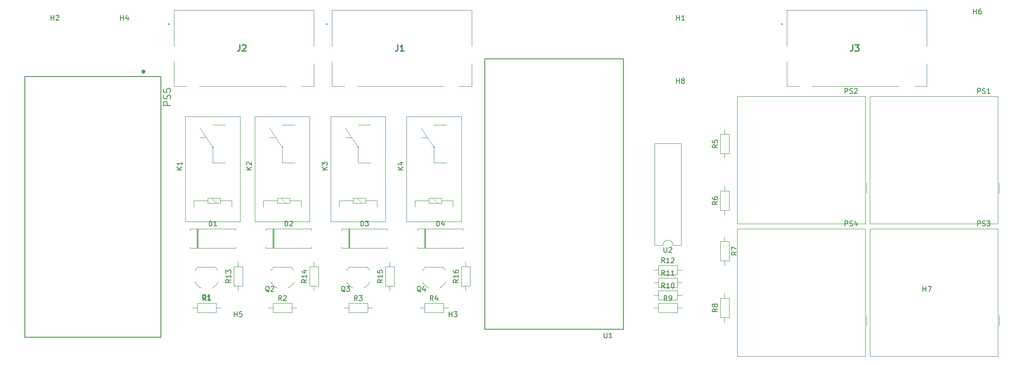
<source format=gbr>
%TF.GenerationSoftware,KiCad,Pcbnew,(5.1.6)-1*%
%TF.CreationDate,2021-08-29T18:12:57+02:00*%
%TF.ProjectId,hamodule,68616d6f-6475-46c6-952e-6b696361645f,rev?*%
%TF.SameCoordinates,Original*%
%TF.FileFunction,Legend,Top*%
%TF.FilePolarity,Positive*%
%FSLAX46Y46*%
G04 Gerber Fmt 4.6, Leading zero omitted, Abs format (unit mm)*
G04 Created by KiCad (PCBNEW (5.1.6)-1) date 2021-08-29 18:12:57*
%MOMM*%
%LPD*%
G01*
G04 APERTURE LIST*
%ADD10C,0.127000*%
%ADD11C,0.120000*%
%ADD12C,0.200000*%
%ADD13C,0.100000*%
%ADD14C,0.400000*%
%ADD15C,0.150000*%
%ADD16C,0.254000*%
G04 APERTURE END LIST*
D10*
%TO.C,U1*%
X139680000Y-28630000D02*
X139680000Y-83030000D01*
X139680000Y-83030000D02*
X111780000Y-83030000D01*
X111780000Y-83030000D02*
X111780000Y-28630000D01*
X111780000Y-28630000D02*
X139680000Y-28630000D01*
D11*
%TO.C,Q1*%
X57680000Y-70540000D02*
X54080000Y-70540000D01*
X53555816Y-71267205D02*
G75*
G02*
X54080000Y-70540000I2324184J-1122795D01*
G01*
X53524543Y-73488371D02*
G75*
G03*
X54770000Y-74740000I2355457J1098371D01*
G01*
X58247199Y-73493842D02*
G75*
G02*
X57020000Y-74740000I-2367199J1103842D01*
G01*
X58204184Y-71267205D02*
G75*
G03*
X57680000Y-70540000I-2324184J-1122795D01*
G01*
%TO.C,Q2*%
X72920000Y-70540000D02*
X69320000Y-70540000D01*
X68795816Y-71267205D02*
G75*
G02*
X69320000Y-70540000I2324184J-1122795D01*
G01*
X68764543Y-73488371D02*
G75*
G03*
X70010000Y-74740000I2355457J1098371D01*
G01*
X73487199Y-73493842D02*
G75*
G02*
X72260000Y-74740000I-2367199J1103842D01*
G01*
X73444184Y-71267205D02*
G75*
G03*
X72920000Y-70540000I-2324184J-1122795D01*
G01*
%TO.C,Q4*%
X103400000Y-70540000D02*
X99800000Y-70540000D01*
X99275816Y-71267205D02*
G75*
G02*
X99800000Y-70540000I2324184J-1122795D01*
G01*
X99244543Y-73488371D02*
G75*
G03*
X100490000Y-74740000I2355457J1098371D01*
G01*
X103967199Y-73493842D02*
G75*
G02*
X102740000Y-74740000I-2367199J1103842D01*
G01*
X103924184Y-71267205D02*
G75*
G03*
X103400000Y-70540000I-2324184J-1122795D01*
G01*
%TO.C,Q3*%
X88160000Y-70540000D02*
X84560000Y-70540000D01*
X84035816Y-71267205D02*
G75*
G02*
X84560000Y-70540000I2324184J-1122795D01*
G01*
X84004543Y-73488371D02*
G75*
G03*
X85250000Y-74740000I2355457J1098371D01*
G01*
X88727199Y-73493842D02*
G75*
G02*
X87500000Y-74740000I-2367199J1103842D01*
G01*
X88684184Y-71267205D02*
G75*
G03*
X88160000Y-70540000I-2324184J-1122795D01*
G01*
%TO.C,PS4*%
X188240000Y-88430000D02*
X188240000Y-62790000D01*
X188240000Y-62790000D02*
X162510000Y-62790000D01*
X162510000Y-62790000D02*
X162510000Y-88430000D01*
X188240000Y-88430000D02*
X162510000Y-88430000D01*
X188540000Y-82280000D02*
X188540000Y-80280000D01*
%TO.C,PS2*%
X188240000Y-61760000D02*
X188240000Y-36120000D01*
X188240000Y-36120000D02*
X162510000Y-36120000D01*
X162510000Y-36120000D02*
X162510000Y-61760000D01*
X188240000Y-61760000D02*
X162510000Y-61760000D01*
X188540000Y-55610000D02*
X188540000Y-53610000D01*
%TO.C,PS1*%
X214910000Y-61760000D02*
X214910000Y-36120000D01*
X214910000Y-36120000D02*
X189180000Y-36120000D01*
X189180000Y-36120000D02*
X189180000Y-61760000D01*
X214910000Y-61760000D02*
X189180000Y-61760000D01*
X215210000Y-55610000D02*
X215210000Y-53610000D01*
%TO.C,PS3*%
X214910000Y-88430000D02*
X214910000Y-62790000D01*
X214910000Y-62790000D02*
X189180000Y-62790000D01*
X189180000Y-62790000D02*
X189180000Y-88430000D01*
X214910000Y-88430000D02*
X189180000Y-88430000D01*
X215210000Y-82280000D02*
X215210000Y-80280000D01*
%TO.C,R5*%
X159100000Y-47640000D02*
X160940000Y-47640000D01*
X160940000Y-47640000D02*
X160940000Y-43800000D01*
X160940000Y-43800000D02*
X159100000Y-43800000D01*
X159100000Y-43800000D02*
X159100000Y-47640000D01*
X160020000Y-48590000D02*
X160020000Y-47640000D01*
X160020000Y-42850000D02*
X160020000Y-43800000D01*
%TO.C,R6*%
X159100000Y-59070000D02*
X160940000Y-59070000D01*
X160940000Y-59070000D02*
X160940000Y-55230000D01*
X160940000Y-55230000D02*
X159100000Y-55230000D01*
X159100000Y-55230000D02*
X159100000Y-59070000D01*
X160020000Y-60020000D02*
X160020000Y-59070000D01*
X160020000Y-54280000D02*
X160020000Y-55230000D01*
D12*
%TO.C,J2*%
X48180000Y-21590000D02*
X48180000Y-21590000D01*
X48380000Y-21590000D02*
X48380000Y-21590000D01*
D13*
X77470000Y-34090000D02*
X77470000Y-29590000D01*
X74880000Y-34090000D02*
X77470000Y-34090000D01*
X54380000Y-34090000D02*
X71880000Y-34090000D01*
X49290000Y-34090000D02*
X51880000Y-34090000D01*
X49290000Y-29090000D02*
X49290000Y-34090000D01*
X77470000Y-18790000D02*
X77470000Y-26090000D01*
X49290000Y-18790000D02*
X77470000Y-18790000D01*
X49290000Y-26090000D02*
X49290000Y-18790000D01*
D12*
X48380000Y-21590000D02*
G75*
G02*
X48180000Y-21590000I-100000J0D01*
G01*
X48180000Y-21590000D02*
G75*
G02*
X48380000Y-21590000I100000J0D01*
G01*
D10*
%TO.C,PS5*%
X19320000Y-32170000D02*
X46720000Y-32170000D01*
X46720000Y-32170000D02*
X46720000Y-84670000D01*
X46720000Y-84670000D02*
X19320000Y-84670000D01*
X19320000Y-84670000D02*
X19320000Y-32170000D01*
D14*
X43380000Y-31170000D02*
G75*
G03*
X43380000Y-31170000I-200000J0D01*
G01*
D11*
%TO.C,K2*%
X73660000Y-41910000D02*
X71120000Y-41910000D01*
X71120000Y-46355000D02*
X68580000Y-42545000D01*
X68580000Y-44450000D02*
X69850000Y-44450000D01*
X73660000Y-49530000D02*
X71120000Y-49530000D01*
X71120000Y-49530000D02*
X71120000Y-46355000D01*
X71880000Y-57660000D02*
X70870000Y-56640000D01*
X67310000Y-57150000D02*
X67310000Y-58420000D01*
X70100000Y-57150000D02*
X67310000Y-57150000D01*
X74930000Y-57150000D02*
X72640000Y-57150000D01*
X74930000Y-58420000D02*
X74930000Y-57150000D01*
X72640000Y-57150000D02*
X72640000Y-57660000D01*
X72640000Y-57660000D02*
X70100000Y-57660000D01*
X70100000Y-57660000D02*
X70100000Y-57150000D01*
X70100000Y-57150000D02*
X70100000Y-56640000D01*
X70100000Y-56640000D02*
X72640000Y-56640000D01*
X72640000Y-56640000D02*
X72640000Y-57150000D01*
X76620000Y-61370000D02*
X76620000Y-40230000D01*
X76620000Y-40230000D02*
X65620000Y-40230000D01*
X76620000Y-61370000D02*
X65620000Y-61370000D01*
X65620000Y-61370000D02*
X65620000Y-40230000D01*
X71247000Y-46355000D02*
G75*
G03*
X71247000Y-46355000I-127000J0D01*
G01*
%TO.C,U2*%
X149590000Y-66100000D02*
X151240000Y-66100000D01*
X151240000Y-66100000D02*
X151240000Y-45660000D01*
X151240000Y-45660000D02*
X145940000Y-45660000D01*
X145940000Y-45660000D02*
X145940000Y-66100000D01*
X145940000Y-66100000D02*
X147590000Y-66100000D01*
X147590000Y-66100000D02*
G75*
G02*
X149590000Y-66100000I1000000J0D01*
G01*
D13*
%TO.C,J3*%
X172480000Y-26090000D02*
X172480000Y-18790000D01*
X172480000Y-18790000D02*
X200660000Y-18790000D01*
X200660000Y-18790000D02*
X200660000Y-26090000D01*
X172480000Y-29090000D02*
X172480000Y-34090000D01*
X172480000Y-34090000D02*
X175070000Y-34090000D01*
X177570000Y-34090000D02*
X195070000Y-34090000D01*
X198070000Y-34090000D02*
X200660000Y-34090000D01*
X200660000Y-34090000D02*
X200660000Y-29590000D01*
D12*
X171570000Y-21590000D02*
X171570000Y-21590000D01*
X171370000Y-21590000D02*
X171370000Y-21590000D01*
X171370000Y-21590000D02*
G75*
G02*
X171570000Y-21590000I100000J0D01*
G01*
X171570000Y-21590000D02*
G75*
G02*
X171370000Y-21590000I-100000J0D01*
G01*
%TO.C,J1*%
X79930000Y-21590000D02*
X79930000Y-21590000D01*
X80130000Y-21590000D02*
X80130000Y-21590000D01*
D13*
X109220000Y-34090000D02*
X109220000Y-29590000D01*
X106630000Y-34090000D02*
X109220000Y-34090000D01*
X86130000Y-34090000D02*
X103630000Y-34090000D01*
X81040000Y-34090000D02*
X83630000Y-34090000D01*
X81040000Y-29090000D02*
X81040000Y-34090000D01*
X109220000Y-18790000D02*
X109220000Y-26090000D01*
X81040000Y-18790000D02*
X109220000Y-18790000D01*
X81040000Y-26090000D02*
X81040000Y-18790000D01*
D12*
X80130000Y-21590000D02*
G75*
G02*
X79930000Y-21590000I-100000J0D01*
G01*
X79930000Y-21590000D02*
G75*
G02*
X80130000Y-21590000I100000J0D01*
G01*
D11*
%TO.C,R16*%
X107030000Y-74310000D02*
X108870000Y-74310000D01*
X108870000Y-74310000D02*
X108870000Y-70470000D01*
X108870000Y-70470000D02*
X107030000Y-70470000D01*
X107030000Y-70470000D02*
X107030000Y-74310000D01*
X107950000Y-75260000D02*
X107950000Y-74310000D01*
X107950000Y-69520000D02*
X107950000Y-70470000D01*
%TO.C,R15*%
X91790000Y-74310000D02*
X93630000Y-74310000D01*
X93630000Y-74310000D02*
X93630000Y-70470000D01*
X93630000Y-70470000D02*
X91790000Y-70470000D01*
X91790000Y-70470000D02*
X91790000Y-74310000D01*
X92710000Y-75260000D02*
X92710000Y-74310000D01*
X92710000Y-69520000D02*
X92710000Y-70470000D01*
%TO.C,R14*%
X76550000Y-74310000D02*
X78390000Y-74310000D01*
X78390000Y-74310000D02*
X78390000Y-70470000D01*
X78390000Y-70470000D02*
X76550000Y-70470000D01*
X76550000Y-70470000D02*
X76550000Y-74310000D01*
X77470000Y-75260000D02*
X77470000Y-74310000D01*
X77470000Y-69520000D02*
X77470000Y-70470000D01*
%TO.C,R13*%
X61310000Y-74310000D02*
X63150000Y-74310000D01*
X63150000Y-74310000D02*
X63150000Y-70470000D01*
X63150000Y-70470000D02*
X61310000Y-70470000D01*
X61310000Y-70470000D02*
X61310000Y-74310000D01*
X62230000Y-75260000D02*
X62230000Y-74310000D01*
X62230000Y-69520000D02*
X62230000Y-70470000D01*
%TO.C,R12*%
X146670000Y-70200000D02*
X146670000Y-72040000D01*
X146670000Y-72040000D02*
X150510000Y-72040000D01*
X150510000Y-72040000D02*
X150510000Y-70200000D01*
X150510000Y-70200000D02*
X146670000Y-70200000D01*
X145720000Y-71120000D02*
X146670000Y-71120000D01*
X151460000Y-71120000D02*
X150510000Y-71120000D01*
%TO.C,R11*%
X146670000Y-72740000D02*
X146670000Y-74580000D01*
X146670000Y-74580000D02*
X150510000Y-74580000D01*
X150510000Y-74580000D02*
X150510000Y-72740000D01*
X150510000Y-72740000D02*
X146670000Y-72740000D01*
X145720000Y-73660000D02*
X146670000Y-73660000D01*
X151460000Y-73660000D02*
X150510000Y-73660000D01*
%TO.C,R10*%
X146670000Y-75280000D02*
X146670000Y-77120000D01*
X146670000Y-77120000D02*
X150510000Y-77120000D01*
X150510000Y-77120000D02*
X150510000Y-75280000D01*
X150510000Y-75280000D02*
X146670000Y-75280000D01*
X145720000Y-76200000D02*
X146670000Y-76200000D01*
X151460000Y-76200000D02*
X150510000Y-76200000D01*
%TO.C,R9*%
X146670000Y-77820000D02*
X146670000Y-79660000D01*
X146670000Y-79660000D02*
X150510000Y-79660000D01*
X150510000Y-79660000D02*
X150510000Y-77820000D01*
X150510000Y-77820000D02*
X146670000Y-77820000D01*
X145720000Y-78740000D02*
X146670000Y-78740000D01*
X151460000Y-78740000D02*
X150510000Y-78740000D01*
%TO.C,R8*%
X159100000Y-80660000D02*
X160940000Y-80660000D01*
X160940000Y-80660000D02*
X160940000Y-76820000D01*
X160940000Y-76820000D02*
X159100000Y-76820000D01*
X159100000Y-76820000D02*
X159100000Y-80660000D01*
X160020000Y-81610000D02*
X160020000Y-80660000D01*
X160020000Y-75870000D02*
X160020000Y-76820000D01*
%TO.C,R7*%
X160940000Y-65390000D02*
X159100000Y-65390000D01*
X159100000Y-65390000D02*
X159100000Y-69230000D01*
X159100000Y-69230000D02*
X160940000Y-69230000D01*
X160940000Y-69230000D02*
X160940000Y-65390000D01*
X160020000Y-64440000D02*
X160020000Y-65390000D01*
X160020000Y-70180000D02*
X160020000Y-69230000D01*
%TO.C,R4*%
X99680000Y-77820000D02*
X99680000Y-79660000D01*
X99680000Y-79660000D02*
X103520000Y-79660000D01*
X103520000Y-79660000D02*
X103520000Y-77820000D01*
X103520000Y-77820000D02*
X99680000Y-77820000D01*
X98730000Y-78740000D02*
X99680000Y-78740000D01*
X104470000Y-78740000D02*
X103520000Y-78740000D01*
%TO.C,R3*%
X84440000Y-77820000D02*
X84440000Y-79660000D01*
X84440000Y-79660000D02*
X88280000Y-79660000D01*
X88280000Y-79660000D02*
X88280000Y-77820000D01*
X88280000Y-77820000D02*
X84440000Y-77820000D01*
X83490000Y-78740000D02*
X84440000Y-78740000D01*
X89230000Y-78740000D02*
X88280000Y-78740000D01*
%TO.C,R2*%
X69200000Y-77820000D02*
X69200000Y-79660000D01*
X69200000Y-79660000D02*
X73040000Y-79660000D01*
X73040000Y-79660000D02*
X73040000Y-77820000D01*
X73040000Y-77820000D02*
X69200000Y-77820000D01*
X68250000Y-78740000D02*
X69200000Y-78740000D01*
X73990000Y-78740000D02*
X73040000Y-78740000D01*
%TO.C,R1*%
X53960000Y-77820000D02*
X53960000Y-79660000D01*
X53960000Y-79660000D02*
X57800000Y-79660000D01*
X57800000Y-79660000D02*
X57800000Y-77820000D01*
X57800000Y-77820000D02*
X53960000Y-77820000D01*
X53010000Y-78740000D02*
X53960000Y-78740000D01*
X58750000Y-78740000D02*
X57800000Y-78740000D01*
%TO.C,K4*%
X104140000Y-41910000D02*
X101600000Y-41910000D01*
X101600000Y-46355000D02*
X99060000Y-42545000D01*
X99060000Y-44450000D02*
X100330000Y-44450000D01*
X104140000Y-49530000D02*
X101600000Y-49530000D01*
X101600000Y-49530000D02*
X101600000Y-46355000D01*
X102360000Y-57660000D02*
X101350000Y-56640000D01*
X97790000Y-57150000D02*
X97790000Y-58420000D01*
X100580000Y-57150000D02*
X97790000Y-57150000D01*
X105410000Y-57150000D02*
X103120000Y-57150000D01*
X105410000Y-58420000D02*
X105410000Y-57150000D01*
X103120000Y-57150000D02*
X103120000Y-57660000D01*
X103120000Y-57660000D02*
X100580000Y-57660000D01*
X100580000Y-57660000D02*
X100580000Y-57150000D01*
X100580000Y-57150000D02*
X100580000Y-56640000D01*
X100580000Y-56640000D02*
X103120000Y-56640000D01*
X103120000Y-56640000D02*
X103120000Y-57150000D01*
X107100000Y-61370000D02*
X107100000Y-40230000D01*
X107100000Y-40230000D02*
X96100000Y-40230000D01*
X107100000Y-61370000D02*
X96100000Y-61370000D01*
X96100000Y-61370000D02*
X96100000Y-40230000D01*
X101727000Y-46355000D02*
G75*
G03*
X101727000Y-46355000I-127000J0D01*
G01*
%TO.C,K3*%
X88900000Y-41910000D02*
X86360000Y-41910000D01*
X86360000Y-46355000D02*
X83820000Y-42545000D01*
X83820000Y-44450000D02*
X85090000Y-44450000D01*
X88900000Y-49530000D02*
X86360000Y-49530000D01*
X86360000Y-49530000D02*
X86360000Y-46355000D01*
X87120000Y-57660000D02*
X86110000Y-56640000D01*
X82550000Y-57150000D02*
X82550000Y-58420000D01*
X85340000Y-57150000D02*
X82550000Y-57150000D01*
X90170000Y-57150000D02*
X87880000Y-57150000D01*
X90170000Y-58420000D02*
X90170000Y-57150000D01*
X87880000Y-57150000D02*
X87880000Y-57660000D01*
X87880000Y-57660000D02*
X85340000Y-57660000D01*
X85340000Y-57660000D02*
X85340000Y-57150000D01*
X85340000Y-57150000D02*
X85340000Y-56640000D01*
X85340000Y-56640000D02*
X87880000Y-56640000D01*
X87880000Y-56640000D02*
X87880000Y-57150000D01*
X91860000Y-61370000D02*
X91860000Y-40230000D01*
X91860000Y-40230000D02*
X80860000Y-40230000D01*
X91860000Y-61370000D02*
X80860000Y-61370000D01*
X80860000Y-61370000D02*
X80860000Y-40230000D01*
X86487000Y-46355000D02*
G75*
G03*
X86487000Y-46355000I-127000J0D01*
G01*
%TO.C,K1*%
X59690000Y-41910000D02*
X57150000Y-41910000D01*
X57150000Y-46355000D02*
X54610000Y-42545000D01*
X54610000Y-44450000D02*
X55880000Y-44450000D01*
X59690000Y-49530000D02*
X57150000Y-49530000D01*
X57150000Y-49530000D02*
X57150000Y-46355000D01*
X57910000Y-57660000D02*
X56900000Y-56640000D01*
X53340000Y-57150000D02*
X53340000Y-58420000D01*
X56130000Y-57150000D02*
X53340000Y-57150000D01*
X60960000Y-57150000D02*
X58670000Y-57150000D01*
X60960000Y-58420000D02*
X60960000Y-57150000D01*
X58670000Y-57150000D02*
X58670000Y-57660000D01*
X58670000Y-57660000D02*
X56130000Y-57660000D01*
X56130000Y-57660000D02*
X56130000Y-57150000D01*
X56130000Y-57150000D02*
X56130000Y-56640000D01*
X56130000Y-56640000D02*
X58670000Y-56640000D01*
X58670000Y-56640000D02*
X58670000Y-57150000D01*
X62650000Y-61370000D02*
X62650000Y-40230000D01*
X62650000Y-40230000D02*
X51650000Y-40230000D01*
X62650000Y-61370000D02*
X51650000Y-61370000D01*
X51650000Y-61370000D02*
X51650000Y-40230000D01*
X57277000Y-46355000D02*
G75*
G03*
X57277000Y-46355000I-127000J0D01*
G01*
%TO.C,D4*%
X98300000Y-63130000D02*
X98300000Y-62800000D01*
X98300000Y-62800000D02*
X107440000Y-62800000D01*
X107440000Y-62800000D02*
X107440000Y-63130000D01*
X98300000Y-66410000D02*
X98300000Y-66740000D01*
X98300000Y-66740000D02*
X107440000Y-66740000D01*
X107440000Y-66740000D02*
X107440000Y-66410000D01*
X99755000Y-62800000D02*
X99755000Y-66740000D01*
X99875000Y-62800000D02*
X99875000Y-66740000D01*
X99635000Y-62800000D02*
X99635000Y-66740000D01*
%TO.C,D3*%
X83060000Y-63130000D02*
X83060000Y-62800000D01*
X83060000Y-62800000D02*
X92200000Y-62800000D01*
X92200000Y-62800000D02*
X92200000Y-63130000D01*
X83060000Y-66410000D02*
X83060000Y-66740000D01*
X83060000Y-66740000D02*
X92200000Y-66740000D01*
X92200000Y-66740000D02*
X92200000Y-66410000D01*
X84515000Y-62800000D02*
X84515000Y-66740000D01*
X84635000Y-62800000D02*
X84635000Y-66740000D01*
X84395000Y-62800000D02*
X84395000Y-66740000D01*
%TO.C,D2*%
X67820000Y-63130000D02*
X67820000Y-62800000D01*
X67820000Y-62800000D02*
X76960000Y-62800000D01*
X76960000Y-62800000D02*
X76960000Y-63130000D01*
X67820000Y-66410000D02*
X67820000Y-66740000D01*
X67820000Y-66740000D02*
X76960000Y-66740000D01*
X76960000Y-66740000D02*
X76960000Y-66410000D01*
X69275000Y-62800000D02*
X69275000Y-66740000D01*
X69395000Y-62800000D02*
X69395000Y-66740000D01*
X69155000Y-62800000D02*
X69155000Y-66740000D01*
%TO.C,D1*%
X52580000Y-63130000D02*
X52580000Y-62800000D01*
X52580000Y-62800000D02*
X61720000Y-62800000D01*
X61720000Y-62800000D02*
X61720000Y-63130000D01*
X52580000Y-66410000D02*
X52580000Y-66740000D01*
X52580000Y-66740000D02*
X61720000Y-66740000D01*
X61720000Y-66740000D02*
X61720000Y-66410000D01*
X54035000Y-62800000D02*
X54035000Y-66740000D01*
X54155000Y-62800000D02*
X54155000Y-66740000D01*
X53915000Y-62800000D02*
X53915000Y-66740000D01*
%TO.C,H8*%
D15*
X150368095Y-33532380D02*
X150368095Y-32532380D01*
X150368095Y-33008571D02*
X150939523Y-33008571D01*
X150939523Y-33532380D02*
X150939523Y-32532380D01*
X151558571Y-32960952D02*
X151463333Y-32913333D01*
X151415714Y-32865714D01*
X151368095Y-32770476D01*
X151368095Y-32722857D01*
X151415714Y-32627619D01*
X151463333Y-32580000D01*
X151558571Y-32532380D01*
X151749047Y-32532380D01*
X151844285Y-32580000D01*
X151891904Y-32627619D01*
X151939523Y-32722857D01*
X151939523Y-32770476D01*
X151891904Y-32865714D01*
X151844285Y-32913333D01*
X151749047Y-32960952D01*
X151558571Y-32960952D01*
X151463333Y-33008571D01*
X151415714Y-33056190D01*
X151368095Y-33151428D01*
X151368095Y-33341904D01*
X151415714Y-33437142D01*
X151463333Y-33484761D01*
X151558571Y-33532380D01*
X151749047Y-33532380D01*
X151844285Y-33484761D01*
X151891904Y-33437142D01*
X151939523Y-33341904D01*
X151939523Y-33151428D01*
X151891904Y-33056190D01*
X151844285Y-33008571D01*
X151749047Y-32960952D01*
%TO.C,H7*%
X199898095Y-75442380D02*
X199898095Y-74442380D01*
X199898095Y-74918571D02*
X200469523Y-74918571D01*
X200469523Y-75442380D02*
X200469523Y-74442380D01*
X200850476Y-74442380D02*
X201517142Y-74442380D01*
X201088571Y-75442380D01*
%TO.C,H6*%
X210058095Y-19562380D02*
X210058095Y-18562380D01*
X210058095Y-19038571D02*
X210629523Y-19038571D01*
X210629523Y-19562380D02*
X210629523Y-18562380D01*
X211534285Y-18562380D02*
X211343809Y-18562380D01*
X211248571Y-18610000D01*
X211200952Y-18657619D01*
X211105714Y-18800476D01*
X211058095Y-18990952D01*
X211058095Y-19371904D01*
X211105714Y-19467142D01*
X211153333Y-19514761D01*
X211248571Y-19562380D01*
X211439047Y-19562380D01*
X211534285Y-19514761D01*
X211581904Y-19467142D01*
X211629523Y-19371904D01*
X211629523Y-19133809D01*
X211581904Y-19038571D01*
X211534285Y-18990952D01*
X211439047Y-18943333D01*
X211248571Y-18943333D01*
X211153333Y-18990952D01*
X211105714Y-19038571D01*
X211058095Y-19133809D01*
%TO.C,H5*%
X61468095Y-80522380D02*
X61468095Y-79522380D01*
X61468095Y-79998571D02*
X62039523Y-79998571D01*
X62039523Y-80522380D02*
X62039523Y-79522380D01*
X62991904Y-79522380D02*
X62515714Y-79522380D01*
X62468095Y-79998571D01*
X62515714Y-79950952D01*
X62610952Y-79903333D01*
X62849047Y-79903333D01*
X62944285Y-79950952D01*
X62991904Y-79998571D01*
X63039523Y-80093809D01*
X63039523Y-80331904D01*
X62991904Y-80427142D01*
X62944285Y-80474761D01*
X62849047Y-80522380D01*
X62610952Y-80522380D01*
X62515714Y-80474761D01*
X62468095Y-80427142D01*
%TO.C,H4*%
X38608095Y-20832380D02*
X38608095Y-19832380D01*
X38608095Y-20308571D02*
X39179523Y-20308571D01*
X39179523Y-20832380D02*
X39179523Y-19832380D01*
X40084285Y-20165714D02*
X40084285Y-20832380D01*
X39846190Y-19784761D02*
X39608095Y-20499047D01*
X40227142Y-20499047D01*
%TO.C,H3*%
X104648095Y-80522380D02*
X104648095Y-79522380D01*
X104648095Y-79998571D02*
X105219523Y-79998571D01*
X105219523Y-80522380D02*
X105219523Y-79522380D01*
X105600476Y-79522380D02*
X106219523Y-79522380D01*
X105886190Y-79903333D01*
X106029047Y-79903333D01*
X106124285Y-79950952D01*
X106171904Y-79998571D01*
X106219523Y-80093809D01*
X106219523Y-80331904D01*
X106171904Y-80427142D01*
X106124285Y-80474761D01*
X106029047Y-80522380D01*
X105743333Y-80522380D01*
X105648095Y-80474761D01*
X105600476Y-80427142D01*
%TO.C,H2*%
X24638095Y-20832380D02*
X24638095Y-19832380D01*
X24638095Y-20308571D02*
X25209523Y-20308571D01*
X25209523Y-20832380D02*
X25209523Y-19832380D01*
X25638095Y-19927619D02*
X25685714Y-19880000D01*
X25780952Y-19832380D01*
X26019047Y-19832380D01*
X26114285Y-19880000D01*
X26161904Y-19927619D01*
X26209523Y-20022857D01*
X26209523Y-20118095D01*
X26161904Y-20260952D01*
X25590476Y-20832380D01*
X26209523Y-20832380D01*
%TO.C,H1*%
X150368095Y-20832380D02*
X150368095Y-19832380D01*
X150368095Y-20308571D02*
X150939523Y-20308571D01*
X150939523Y-20832380D02*
X150939523Y-19832380D01*
X151939523Y-20832380D02*
X151368095Y-20832380D01*
X151653809Y-20832380D02*
X151653809Y-19832380D01*
X151558571Y-19975238D01*
X151463333Y-20070476D01*
X151368095Y-20118095D01*
%TO.C,U1*%
X135796976Y-83778214D02*
X135796976Y-84588050D01*
X135844613Y-84683325D01*
X135892251Y-84730963D01*
X135987525Y-84778600D01*
X136178075Y-84778600D01*
X136273350Y-84730963D01*
X136320987Y-84683325D01*
X136368625Y-84588050D01*
X136368625Y-83778214D01*
X137369011Y-84778600D02*
X136797362Y-84778600D01*
X137083186Y-84778600D02*
X137083186Y-83778214D01*
X136987911Y-83921126D01*
X136892637Y-84016401D01*
X136797362Y-84064039D01*
%TO.C,Q1*%
X55774761Y-77127619D02*
X55679523Y-77080000D01*
X55584285Y-76984761D01*
X55441428Y-76841904D01*
X55346190Y-76794285D01*
X55250952Y-76794285D01*
X55298571Y-77032380D02*
X55203333Y-76984761D01*
X55108095Y-76889523D01*
X55060476Y-76699047D01*
X55060476Y-76365714D01*
X55108095Y-76175238D01*
X55203333Y-76080000D01*
X55298571Y-76032380D01*
X55489047Y-76032380D01*
X55584285Y-76080000D01*
X55679523Y-76175238D01*
X55727142Y-76365714D01*
X55727142Y-76699047D01*
X55679523Y-76889523D01*
X55584285Y-76984761D01*
X55489047Y-77032380D01*
X55298571Y-77032380D01*
X56679523Y-77032380D02*
X56108095Y-77032380D01*
X56393809Y-77032380D02*
X56393809Y-76032380D01*
X56298571Y-76175238D01*
X56203333Y-76270476D01*
X56108095Y-76318095D01*
%TO.C,Q2*%
X68484761Y-75477619D02*
X68389523Y-75430000D01*
X68294285Y-75334761D01*
X68151428Y-75191904D01*
X68056190Y-75144285D01*
X67960952Y-75144285D01*
X68008571Y-75382380D02*
X67913333Y-75334761D01*
X67818095Y-75239523D01*
X67770476Y-75049047D01*
X67770476Y-74715714D01*
X67818095Y-74525238D01*
X67913333Y-74430000D01*
X68008571Y-74382380D01*
X68199047Y-74382380D01*
X68294285Y-74430000D01*
X68389523Y-74525238D01*
X68437142Y-74715714D01*
X68437142Y-75049047D01*
X68389523Y-75239523D01*
X68294285Y-75334761D01*
X68199047Y-75382380D01*
X68008571Y-75382380D01*
X68818095Y-74477619D02*
X68865714Y-74430000D01*
X68960952Y-74382380D01*
X69199047Y-74382380D01*
X69294285Y-74430000D01*
X69341904Y-74477619D01*
X69389523Y-74572857D01*
X69389523Y-74668095D01*
X69341904Y-74810952D01*
X68770476Y-75382380D01*
X69389523Y-75382380D01*
%TO.C,Q4*%
X98964761Y-75477619D02*
X98869523Y-75430000D01*
X98774285Y-75334761D01*
X98631428Y-75191904D01*
X98536190Y-75144285D01*
X98440952Y-75144285D01*
X98488571Y-75382380D02*
X98393333Y-75334761D01*
X98298095Y-75239523D01*
X98250476Y-75049047D01*
X98250476Y-74715714D01*
X98298095Y-74525238D01*
X98393333Y-74430000D01*
X98488571Y-74382380D01*
X98679047Y-74382380D01*
X98774285Y-74430000D01*
X98869523Y-74525238D01*
X98917142Y-74715714D01*
X98917142Y-75049047D01*
X98869523Y-75239523D01*
X98774285Y-75334761D01*
X98679047Y-75382380D01*
X98488571Y-75382380D01*
X99774285Y-74715714D02*
X99774285Y-75382380D01*
X99536190Y-74334761D02*
X99298095Y-75049047D01*
X99917142Y-75049047D01*
%TO.C,Q3*%
X83724761Y-75477619D02*
X83629523Y-75430000D01*
X83534285Y-75334761D01*
X83391428Y-75191904D01*
X83296190Y-75144285D01*
X83200952Y-75144285D01*
X83248571Y-75382380D02*
X83153333Y-75334761D01*
X83058095Y-75239523D01*
X83010476Y-75049047D01*
X83010476Y-74715714D01*
X83058095Y-74525238D01*
X83153333Y-74430000D01*
X83248571Y-74382380D01*
X83439047Y-74382380D01*
X83534285Y-74430000D01*
X83629523Y-74525238D01*
X83677142Y-74715714D01*
X83677142Y-75049047D01*
X83629523Y-75239523D01*
X83534285Y-75334761D01*
X83439047Y-75382380D01*
X83248571Y-75382380D01*
X84010476Y-74382380D02*
X84629523Y-74382380D01*
X84296190Y-74763333D01*
X84439047Y-74763333D01*
X84534285Y-74810952D01*
X84581904Y-74858571D01*
X84629523Y-74953809D01*
X84629523Y-75191904D01*
X84581904Y-75287142D01*
X84534285Y-75334761D01*
X84439047Y-75382380D01*
X84153333Y-75382380D01*
X84058095Y-75334761D01*
X84010476Y-75287142D01*
%TO.C,PS4*%
X184205714Y-62232380D02*
X184205714Y-61232380D01*
X184586666Y-61232380D01*
X184681904Y-61280000D01*
X184729523Y-61327619D01*
X184777142Y-61422857D01*
X184777142Y-61565714D01*
X184729523Y-61660952D01*
X184681904Y-61708571D01*
X184586666Y-61756190D01*
X184205714Y-61756190D01*
X185158095Y-62184761D02*
X185300952Y-62232380D01*
X185539047Y-62232380D01*
X185634285Y-62184761D01*
X185681904Y-62137142D01*
X185729523Y-62041904D01*
X185729523Y-61946666D01*
X185681904Y-61851428D01*
X185634285Y-61803809D01*
X185539047Y-61756190D01*
X185348571Y-61708571D01*
X185253333Y-61660952D01*
X185205714Y-61613333D01*
X185158095Y-61518095D01*
X185158095Y-61422857D01*
X185205714Y-61327619D01*
X185253333Y-61280000D01*
X185348571Y-61232380D01*
X185586666Y-61232380D01*
X185729523Y-61280000D01*
X186586666Y-61565714D02*
X186586666Y-62232380D01*
X186348571Y-61184761D02*
X186110476Y-61899047D01*
X186729523Y-61899047D01*
%TO.C,PS2*%
X184205714Y-35562380D02*
X184205714Y-34562380D01*
X184586666Y-34562380D01*
X184681904Y-34610000D01*
X184729523Y-34657619D01*
X184777142Y-34752857D01*
X184777142Y-34895714D01*
X184729523Y-34990952D01*
X184681904Y-35038571D01*
X184586666Y-35086190D01*
X184205714Y-35086190D01*
X185158095Y-35514761D02*
X185300952Y-35562380D01*
X185539047Y-35562380D01*
X185634285Y-35514761D01*
X185681904Y-35467142D01*
X185729523Y-35371904D01*
X185729523Y-35276666D01*
X185681904Y-35181428D01*
X185634285Y-35133809D01*
X185539047Y-35086190D01*
X185348571Y-35038571D01*
X185253333Y-34990952D01*
X185205714Y-34943333D01*
X185158095Y-34848095D01*
X185158095Y-34752857D01*
X185205714Y-34657619D01*
X185253333Y-34610000D01*
X185348571Y-34562380D01*
X185586666Y-34562380D01*
X185729523Y-34610000D01*
X186110476Y-34657619D02*
X186158095Y-34610000D01*
X186253333Y-34562380D01*
X186491428Y-34562380D01*
X186586666Y-34610000D01*
X186634285Y-34657619D01*
X186681904Y-34752857D01*
X186681904Y-34848095D01*
X186634285Y-34990952D01*
X186062857Y-35562380D01*
X186681904Y-35562380D01*
%TO.C,PS1*%
X210875714Y-35562380D02*
X210875714Y-34562380D01*
X211256666Y-34562380D01*
X211351904Y-34610000D01*
X211399523Y-34657619D01*
X211447142Y-34752857D01*
X211447142Y-34895714D01*
X211399523Y-34990952D01*
X211351904Y-35038571D01*
X211256666Y-35086190D01*
X210875714Y-35086190D01*
X211828095Y-35514761D02*
X211970952Y-35562380D01*
X212209047Y-35562380D01*
X212304285Y-35514761D01*
X212351904Y-35467142D01*
X212399523Y-35371904D01*
X212399523Y-35276666D01*
X212351904Y-35181428D01*
X212304285Y-35133809D01*
X212209047Y-35086190D01*
X212018571Y-35038571D01*
X211923333Y-34990952D01*
X211875714Y-34943333D01*
X211828095Y-34848095D01*
X211828095Y-34752857D01*
X211875714Y-34657619D01*
X211923333Y-34610000D01*
X212018571Y-34562380D01*
X212256666Y-34562380D01*
X212399523Y-34610000D01*
X213351904Y-35562380D02*
X212780476Y-35562380D01*
X213066190Y-35562380D02*
X213066190Y-34562380D01*
X212970952Y-34705238D01*
X212875714Y-34800476D01*
X212780476Y-34848095D01*
%TO.C,PS3*%
X210875714Y-62232380D02*
X210875714Y-61232380D01*
X211256666Y-61232380D01*
X211351904Y-61280000D01*
X211399523Y-61327619D01*
X211447142Y-61422857D01*
X211447142Y-61565714D01*
X211399523Y-61660952D01*
X211351904Y-61708571D01*
X211256666Y-61756190D01*
X210875714Y-61756190D01*
X211828095Y-62184761D02*
X211970952Y-62232380D01*
X212209047Y-62232380D01*
X212304285Y-62184761D01*
X212351904Y-62137142D01*
X212399523Y-62041904D01*
X212399523Y-61946666D01*
X212351904Y-61851428D01*
X212304285Y-61803809D01*
X212209047Y-61756190D01*
X212018571Y-61708571D01*
X211923333Y-61660952D01*
X211875714Y-61613333D01*
X211828095Y-61518095D01*
X211828095Y-61422857D01*
X211875714Y-61327619D01*
X211923333Y-61280000D01*
X212018571Y-61232380D01*
X212256666Y-61232380D01*
X212399523Y-61280000D01*
X212732857Y-61232380D02*
X213351904Y-61232380D01*
X213018571Y-61613333D01*
X213161428Y-61613333D01*
X213256666Y-61660952D01*
X213304285Y-61708571D01*
X213351904Y-61803809D01*
X213351904Y-62041904D01*
X213304285Y-62137142D01*
X213256666Y-62184761D01*
X213161428Y-62232380D01*
X212875714Y-62232380D01*
X212780476Y-62184761D01*
X212732857Y-62137142D01*
%TO.C,R5*%
X158552380Y-45886666D02*
X158076190Y-46220000D01*
X158552380Y-46458095D02*
X157552380Y-46458095D01*
X157552380Y-46077142D01*
X157600000Y-45981904D01*
X157647619Y-45934285D01*
X157742857Y-45886666D01*
X157885714Y-45886666D01*
X157980952Y-45934285D01*
X158028571Y-45981904D01*
X158076190Y-46077142D01*
X158076190Y-46458095D01*
X157552380Y-44981904D02*
X157552380Y-45458095D01*
X158028571Y-45505714D01*
X157980952Y-45458095D01*
X157933333Y-45362857D01*
X157933333Y-45124761D01*
X157980952Y-45029523D01*
X158028571Y-44981904D01*
X158123809Y-44934285D01*
X158361904Y-44934285D01*
X158457142Y-44981904D01*
X158504761Y-45029523D01*
X158552380Y-45124761D01*
X158552380Y-45362857D01*
X158504761Y-45458095D01*
X158457142Y-45505714D01*
%TO.C,R6*%
X158552380Y-57316666D02*
X158076190Y-57650000D01*
X158552380Y-57888095D02*
X157552380Y-57888095D01*
X157552380Y-57507142D01*
X157600000Y-57411904D01*
X157647619Y-57364285D01*
X157742857Y-57316666D01*
X157885714Y-57316666D01*
X157980952Y-57364285D01*
X158028571Y-57411904D01*
X158076190Y-57507142D01*
X158076190Y-57888095D01*
X157552380Y-56459523D02*
X157552380Y-56650000D01*
X157600000Y-56745238D01*
X157647619Y-56792857D01*
X157790476Y-56888095D01*
X157980952Y-56935714D01*
X158361904Y-56935714D01*
X158457142Y-56888095D01*
X158504761Y-56840476D01*
X158552380Y-56745238D01*
X158552380Y-56554761D01*
X158504761Y-56459523D01*
X158457142Y-56411904D01*
X158361904Y-56364285D01*
X158123809Y-56364285D01*
X158028571Y-56411904D01*
X157980952Y-56459523D01*
X157933333Y-56554761D01*
X157933333Y-56745238D01*
X157980952Y-56840476D01*
X158028571Y-56888095D01*
X158123809Y-56935714D01*
%TO.C,J2*%
D16*
X62493666Y-25756523D02*
X62493666Y-26663666D01*
X62433190Y-26845095D01*
X62312238Y-26966047D01*
X62130809Y-27026523D01*
X62009857Y-27026523D01*
X63037952Y-25877476D02*
X63098428Y-25817000D01*
X63219380Y-25756523D01*
X63521761Y-25756523D01*
X63642714Y-25817000D01*
X63703190Y-25877476D01*
X63763666Y-25998428D01*
X63763666Y-26119380D01*
X63703190Y-26300809D01*
X62977476Y-27026523D01*
X63763666Y-27026523D01*
%TO.C,PS5*%
D15*
X48642333Y-38015000D02*
X47242333Y-38015000D01*
X47242333Y-37481666D01*
X47309000Y-37348333D01*
X47375666Y-37281666D01*
X47509000Y-37215000D01*
X47709000Y-37215000D01*
X47842333Y-37281666D01*
X47909000Y-37348333D01*
X47975666Y-37481666D01*
X47975666Y-38015000D01*
X48575666Y-36681666D02*
X48642333Y-36481666D01*
X48642333Y-36148333D01*
X48575666Y-36015000D01*
X48509000Y-35948333D01*
X48375666Y-35881666D01*
X48242333Y-35881666D01*
X48109000Y-35948333D01*
X48042333Y-36015000D01*
X47975666Y-36148333D01*
X47909000Y-36415000D01*
X47842333Y-36548333D01*
X47775666Y-36615000D01*
X47642333Y-36681666D01*
X47509000Y-36681666D01*
X47375666Y-36615000D01*
X47309000Y-36548333D01*
X47242333Y-36415000D01*
X47242333Y-36081666D01*
X47309000Y-35881666D01*
X47242333Y-34615000D02*
X47242333Y-35281666D01*
X47909000Y-35348333D01*
X47842333Y-35281666D01*
X47775666Y-35148333D01*
X47775666Y-34815000D01*
X47842333Y-34681666D01*
X47909000Y-34615000D01*
X48042333Y-34548333D01*
X48375666Y-34548333D01*
X48509000Y-34615000D01*
X48575666Y-34681666D01*
X48642333Y-34815000D01*
X48642333Y-35148333D01*
X48575666Y-35281666D01*
X48509000Y-35348333D01*
%TO.C,K2*%
X64882380Y-50928095D02*
X63882380Y-50928095D01*
X64882380Y-50356666D02*
X64310952Y-50785238D01*
X63882380Y-50356666D02*
X64453809Y-50928095D01*
X63977619Y-49975714D02*
X63930000Y-49928095D01*
X63882380Y-49832857D01*
X63882380Y-49594761D01*
X63930000Y-49499523D01*
X63977619Y-49451904D01*
X64072857Y-49404285D01*
X64168095Y-49404285D01*
X64310952Y-49451904D01*
X64882380Y-50023333D01*
X64882380Y-49404285D01*
%TO.C,U2*%
X147828095Y-66552380D02*
X147828095Y-67361904D01*
X147875714Y-67457142D01*
X147923333Y-67504761D01*
X148018571Y-67552380D01*
X148209047Y-67552380D01*
X148304285Y-67504761D01*
X148351904Y-67457142D01*
X148399523Y-67361904D01*
X148399523Y-66552380D01*
X148828095Y-66647619D02*
X148875714Y-66600000D01*
X148970952Y-66552380D01*
X149209047Y-66552380D01*
X149304285Y-66600000D01*
X149351904Y-66647619D01*
X149399523Y-66742857D01*
X149399523Y-66838095D01*
X149351904Y-66980952D01*
X148780476Y-67552380D01*
X149399523Y-67552380D01*
%TO.C,J3*%
D16*
X185683666Y-25756523D02*
X185683666Y-26663666D01*
X185623190Y-26845095D01*
X185502238Y-26966047D01*
X185320809Y-27026523D01*
X185199857Y-27026523D01*
X186167476Y-25756523D02*
X186953666Y-25756523D01*
X186530333Y-26240333D01*
X186711761Y-26240333D01*
X186832714Y-26300809D01*
X186893190Y-26361285D01*
X186953666Y-26482238D01*
X186953666Y-26784619D01*
X186893190Y-26905571D01*
X186832714Y-26966047D01*
X186711761Y-27026523D01*
X186348904Y-27026523D01*
X186227952Y-26966047D01*
X186167476Y-26905571D01*
%TO.C,J1*%
X94243666Y-25756523D02*
X94243666Y-26663666D01*
X94183190Y-26845095D01*
X94062238Y-26966047D01*
X93880809Y-27026523D01*
X93759857Y-27026523D01*
X95513666Y-27026523D02*
X94787952Y-27026523D01*
X95150809Y-27026523D02*
X95150809Y-25756523D01*
X95029857Y-25937952D01*
X94908904Y-26058904D01*
X94787952Y-26119380D01*
%TO.C,R16*%
D15*
X106482380Y-73032857D02*
X106006190Y-73366190D01*
X106482380Y-73604285D02*
X105482380Y-73604285D01*
X105482380Y-73223333D01*
X105530000Y-73128095D01*
X105577619Y-73080476D01*
X105672857Y-73032857D01*
X105815714Y-73032857D01*
X105910952Y-73080476D01*
X105958571Y-73128095D01*
X106006190Y-73223333D01*
X106006190Y-73604285D01*
X106482380Y-72080476D02*
X106482380Y-72651904D01*
X106482380Y-72366190D02*
X105482380Y-72366190D01*
X105625238Y-72461428D01*
X105720476Y-72556666D01*
X105768095Y-72651904D01*
X105482380Y-71223333D02*
X105482380Y-71413809D01*
X105530000Y-71509047D01*
X105577619Y-71556666D01*
X105720476Y-71651904D01*
X105910952Y-71699523D01*
X106291904Y-71699523D01*
X106387142Y-71651904D01*
X106434761Y-71604285D01*
X106482380Y-71509047D01*
X106482380Y-71318571D01*
X106434761Y-71223333D01*
X106387142Y-71175714D01*
X106291904Y-71128095D01*
X106053809Y-71128095D01*
X105958571Y-71175714D01*
X105910952Y-71223333D01*
X105863333Y-71318571D01*
X105863333Y-71509047D01*
X105910952Y-71604285D01*
X105958571Y-71651904D01*
X106053809Y-71699523D01*
%TO.C,R15*%
X91242380Y-73032857D02*
X90766190Y-73366190D01*
X91242380Y-73604285D02*
X90242380Y-73604285D01*
X90242380Y-73223333D01*
X90290000Y-73128095D01*
X90337619Y-73080476D01*
X90432857Y-73032857D01*
X90575714Y-73032857D01*
X90670952Y-73080476D01*
X90718571Y-73128095D01*
X90766190Y-73223333D01*
X90766190Y-73604285D01*
X91242380Y-72080476D02*
X91242380Y-72651904D01*
X91242380Y-72366190D02*
X90242380Y-72366190D01*
X90385238Y-72461428D01*
X90480476Y-72556666D01*
X90528095Y-72651904D01*
X90242380Y-71175714D02*
X90242380Y-71651904D01*
X90718571Y-71699523D01*
X90670952Y-71651904D01*
X90623333Y-71556666D01*
X90623333Y-71318571D01*
X90670952Y-71223333D01*
X90718571Y-71175714D01*
X90813809Y-71128095D01*
X91051904Y-71128095D01*
X91147142Y-71175714D01*
X91194761Y-71223333D01*
X91242380Y-71318571D01*
X91242380Y-71556666D01*
X91194761Y-71651904D01*
X91147142Y-71699523D01*
%TO.C,R14*%
X76002380Y-73032857D02*
X75526190Y-73366190D01*
X76002380Y-73604285D02*
X75002380Y-73604285D01*
X75002380Y-73223333D01*
X75050000Y-73128095D01*
X75097619Y-73080476D01*
X75192857Y-73032857D01*
X75335714Y-73032857D01*
X75430952Y-73080476D01*
X75478571Y-73128095D01*
X75526190Y-73223333D01*
X75526190Y-73604285D01*
X76002380Y-72080476D02*
X76002380Y-72651904D01*
X76002380Y-72366190D02*
X75002380Y-72366190D01*
X75145238Y-72461428D01*
X75240476Y-72556666D01*
X75288095Y-72651904D01*
X75335714Y-71223333D02*
X76002380Y-71223333D01*
X74954761Y-71461428D02*
X75669047Y-71699523D01*
X75669047Y-71080476D01*
%TO.C,R13*%
X60762380Y-73032857D02*
X60286190Y-73366190D01*
X60762380Y-73604285D02*
X59762380Y-73604285D01*
X59762380Y-73223333D01*
X59810000Y-73128095D01*
X59857619Y-73080476D01*
X59952857Y-73032857D01*
X60095714Y-73032857D01*
X60190952Y-73080476D01*
X60238571Y-73128095D01*
X60286190Y-73223333D01*
X60286190Y-73604285D01*
X60762380Y-72080476D02*
X60762380Y-72651904D01*
X60762380Y-72366190D02*
X59762380Y-72366190D01*
X59905238Y-72461428D01*
X60000476Y-72556666D01*
X60048095Y-72651904D01*
X59762380Y-71747142D02*
X59762380Y-71128095D01*
X60143333Y-71461428D01*
X60143333Y-71318571D01*
X60190952Y-71223333D01*
X60238571Y-71175714D01*
X60333809Y-71128095D01*
X60571904Y-71128095D01*
X60667142Y-71175714D01*
X60714761Y-71223333D01*
X60762380Y-71318571D01*
X60762380Y-71604285D01*
X60714761Y-71699523D01*
X60667142Y-71747142D01*
%TO.C,R12*%
X147947142Y-69652380D02*
X147613809Y-69176190D01*
X147375714Y-69652380D02*
X147375714Y-68652380D01*
X147756666Y-68652380D01*
X147851904Y-68700000D01*
X147899523Y-68747619D01*
X147947142Y-68842857D01*
X147947142Y-68985714D01*
X147899523Y-69080952D01*
X147851904Y-69128571D01*
X147756666Y-69176190D01*
X147375714Y-69176190D01*
X148899523Y-69652380D02*
X148328095Y-69652380D01*
X148613809Y-69652380D02*
X148613809Y-68652380D01*
X148518571Y-68795238D01*
X148423333Y-68890476D01*
X148328095Y-68938095D01*
X149280476Y-68747619D02*
X149328095Y-68700000D01*
X149423333Y-68652380D01*
X149661428Y-68652380D01*
X149756666Y-68700000D01*
X149804285Y-68747619D01*
X149851904Y-68842857D01*
X149851904Y-68938095D01*
X149804285Y-69080952D01*
X149232857Y-69652380D01*
X149851904Y-69652380D01*
%TO.C,R11*%
X147947142Y-72192380D02*
X147613809Y-71716190D01*
X147375714Y-72192380D02*
X147375714Y-71192380D01*
X147756666Y-71192380D01*
X147851904Y-71240000D01*
X147899523Y-71287619D01*
X147947142Y-71382857D01*
X147947142Y-71525714D01*
X147899523Y-71620952D01*
X147851904Y-71668571D01*
X147756666Y-71716190D01*
X147375714Y-71716190D01*
X148899523Y-72192380D02*
X148328095Y-72192380D01*
X148613809Y-72192380D02*
X148613809Y-71192380D01*
X148518571Y-71335238D01*
X148423333Y-71430476D01*
X148328095Y-71478095D01*
X149851904Y-72192380D02*
X149280476Y-72192380D01*
X149566190Y-72192380D02*
X149566190Y-71192380D01*
X149470952Y-71335238D01*
X149375714Y-71430476D01*
X149280476Y-71478095D01*
%TO.C,R10*%
X147947142Y-74732380D02*
X147613809Y-74256190D01*
X147375714Y-74732380D02*
X147375714Y-73732380D01*
X147756666Y-73732380D01*
X147851904Y-73780000D01*
X147899523Y-73827619D01*
X147947142Y-73922857D01*
X147947142Y-74065714D01*
X147899523Y-74160952D01*
X147851904Y-74208571D01*
X147756666Y-74256190D01*
X147375714Y-74256190D01*
X148899523Y-74732380D02*
X148328095Y-74732380D01*
X148613809Y-74732380D02*
X148613809Y-73732380D01*
X148518571Y-73875238D01*
X148423333Y-73970476D01*
X148328095Y-74018095D01*
X149518571Y-73732380D02*
X149613809Y-73732380D01*
X149709047Y-73780000D01*
X149756666Y-73827619D01*
X149804285Y-73922857D01*
X149851904Y-74113333D01*
X149851904Y-74351428D01*
X149804285Y-74541904D01*
X149756666Y-74637142D01*
X149709047Y-74684761D01*
X149613809Y-74732380D01*
X149518571Y-74732380D01*
X149423333Y-74684761D01*
X149375714Y-74637142D01*
X149328095Y-74541904D01*
X149280476Y-74351428D01*
X149280476Y-74113333D01*
X149328095Y-73922857D01*
X149375714Y-73827619D01*
X149423333Y-73780000D01*
X149518571Y-73732380D01*
%TO.C,R9*%
X148423333Y-77272380D02*
X148090000Y-76796190D01*
X147851904Y-77272380D02*
X147851904Y-76272380D01*
X148232857Y-76272380D01*
X148328095Y-76320000D01*
X148375714Y-76367619D01*
X148423333Y-76462857D01*
X148423333Y-76605714D01*
X148375714Y-76700952D01*
X148328095Y-76748571D01*
X148232857Y-76796190D01*
X147851904Y-76796190D01*
X148899523Y-77272380D02*
X149090000Y-77272380D01*
X149185238Y-77224761D01*
X149232857Y-77177142D01*
X149328095Y-77034285D01*
X149375714Y-76843809D01*
X149375714Y-76462857D01*
X149328095Y-76367619D01*
X149280476Y-76320000D01*
X149185238Y-76272380D01*
X148994761Y-76272380D01*
X148899523Y-76320000D01*
X148851904Y-76367619D01*
X148804285Y-76462857D01*
X148804285Y-76700952D01*
X148851904Y-76796190D01*
X148899523Y-76843809D01*
X148994761Y-76891428D01*
X149185238Y-76891428D01*
X149280476Y-76843809D01*
X149328095Y-76796190D01*
X149375714Y-76700952D01*
%TO.C,R8*%
X158552380Y-78906666D02*
X158076190Y-79240000D01*
X158552380Y-79478095D02*
X157552380Y-79478095D01*
X157552380Y-79097142D01*
X157600000Y-79001904D01*
X157647619Y-78954285D01*
X157742857Y-78906666D01*
X157885714Y-78906666D01*
X157980952Y-78954285D01*
X158028571Y-79001904D01*
X158076190Y-79097142D01*
X158076190Y-79478095D01*
X157980952Y-78335238D02*
X157933333Y-78430476D01*
X157885714Y-78478095D01*
X157790476Y-78525714D01*
X157742857Y-78525714D01*
X157647619Y-78478095D01*
X157600000Y-78430476D01*
X157552380Y-78335238D01*
X157552380Y-78144761D01*
X157600000Y-78049523D01*
X157647619Y-78001904D01*
X157742857Y-77954285D01*
X157790476Y-77954285D01*
X157885714Y-78001904D01*
X157933333Y-78049523D01*
X157980952Y-78144761D01*
X157980952Y-78335238D01*
X158028571Y-78430476D01*
X158076190Y-78478095D01*
X158171428Y-78525714D01*
X158361904Y-78525714D01*
X158457142Y-78478095D01*
X158504761Y-78430476D01*
X158552380Y-78335238D01*
X158552380Y-78144761D01*
X158504761Y-78049523D01*
X158457142Y-78001904D01*
X158361904Y-77954285D01*
X158171428Y-77954285D01*
X158076190Y-78001904D01*
X158028571Y-78049523D01*
X157980952Y-78144761D01*
%TO.C,R7*%
X162392380Y-67476666D02*
X161916190Y-67810000D01*
X162392380Y-68048095D02*
X161392380Y-68048095D01*
X161392380Y-67667142D01*
X161440000Y-67571904D01*
X161487619Y-67524285D01*
X161582857Y-67476666D01*
X161725714Y-67476666D01*
X161820952Y-67524285D01*
X161868571Y-67571904D01*
X161916190Y-67667142D01*
X161916190Y-68048095D01*
X161392380Y-67143333D02*
X161392380Y-66476666D01*
X162392380Y-66905238D01*
%TO.C,R4*%
X101433333Y-77272380D02*
X101100000Y-76796190D01*
X100861904Y-77272380D02*
X100861904Y-76272380D01*
X101242857Y-76272380D01*
X101338095Y-76320000D01*
X101385714Y-76367619D01*
X101433333Y-76462857D01*
X101433333Y-76605714D01*
X101385714Y-76700952D01*
X101338095Y-76748571D01*
X101242857Y-76796190D01*
X100861904Y-76796190D01*
X102290476Y-76605714D02*
X102290476Y-77272380D01*
X102052380Y-76224761D02*
X101814285Y-76939047D01*
X102433333Y-76939047D01*
%TO.C,R3*%
X86193333Y-77272380D02*
X85860000Y-76796190D01*
X85621904Y-77272380D02*
X85621904Y-76272380D01*
X86002857Y-76272380D01*
X86098095Y-76320000D01*
X86145714Y-76367619D01*
X86193333Y-76462857D01*
X86193333Y-76605714D01*
X86145714Y-76700952D01*
X86098095Y-76748571D01*
X86002857Y-76796190D01*
X85621904Y-76796190D01*
X86526666Y-76272380D02*
X87145714Y-76272380D01*
X86812380Y-76653333D01*
X86955238Y-76653333D01*
X87050476Y-76700952D01*
X87098095Y-76748571D01*
X87145714Y-76843809D01*
X87145714Y-77081904D01*
X87098095Y-77177142D01*
X87050476Y-77224761D01*
X86955238Y-77272380D01*
X86669523Y-77272380D01*
X86574285Y-77224761D01*
X86526666Y-77177142D01*
%TO.C,R2*%
X70953333Y-77272380D02*
X70620000Y-76796190D01*
X70381904Y-77272380D02*
X70381904Y-76272380D01*
X70762857Y-76272380D01*
X70858095Y-76320000D01*
X70905714Y-76367619D01*
X70953333Y-76462857D01*
X70953333Y-76605714D01*
X70905714Y-76700952D01*
X70858095Y-76748571D01*
X70762857Y-76796190D01*
X70381904Y-76796190D01*
X71334285Y-76367619D02*
X71381904Y-76320000D01*
X71477142Y-76272380D01*
X71715238Y-76272380D01*
X71810476Y-76320000D01*
X71858095Y-76367619D01*
X71905714Y-76462857D01*
X71905714Y-76558095D01*
X71858095Y-76700952D01*
X71286666Y-77272380D01*
X71905714Y-77272380D01*
%TO.C,R1*%
X55713333Y-77272380D02*
X55380000Y-76796190D01*
X55141904Y-77272380D02*
X55141904Y-76272380D01*
X55522857Y-76272380D01*
X55618095Y-76320000D01*
X55665714Y-76367619D01*
X55713333Y-76462857D01*
X55713333Y-76605714D01*
X55665714Y-76700952D01*
X55618095Y-76748571D01*
X55522857Y-76796190D01*
X55141904Y-76796190D01*
X56665714Y-77272380D02*
X56094285Y-77272380D01*
X56380000Y-77272380D02*
X56380000Y-76272380D01*
X56284761Y-76415238D01*
X56189523Y-76510476D01*
X56094285Y-76558095D01*
%TO.C,K4*%
X95362380Y-50928095D02*
X94362380Y-50928095D01*
X95362380Y-50356666D02*
X94790952Y-50785238D01*
X94362380Y-50356666D02*
X94933809Y-50928095D01*
X94695714Y-49499523D02*
X95362380Y-49499523D01*
X94314761Y-49737619D02*
X95029047Y-49975714D01*
X95029047Y-49356666D01*
%TO.C,K3*%
X80122380Y-50928095D02*
X79122380Y-50928095D01*
X80122380Y-50356666D02*
X79550952Y-50785238D01*
X79122380Y-50356666D02*
X79693809Y-50928095D01*
X79122380Y-50023333D02*
X79122380Y-49404285D01*
X79503333Y-49737619D01*
X79503333Y-49594761D01*
X79550952Y-49499523D01*
X79598571Y-49451904D01*
X79693809Y-49404285D01*
X79931904Y-49404285D01*
X80027142Y-49451904D01*
X80074761Y-49499523D01*
X80122380Y-49594761D01*
X80122380Y-49880476D01*
X80074761Y-49975714D01*
X80027142Y-50023333D01*
%TO.C,K1*%
X50912380Y-50928095D02*
X49912380Y-50928095D01*
X50912380Y-50356666D02*
X50340952Y-50785238D01*
X49912380Y-50356666D02*
X50483809Y-50928095D01*
X50912380Y-49404285D02*
X50912380Y-49975714D01*
X50912380Y-49690000D02*
X49912380Y-49690000D01*
X50055238Y-49785238D01*
X50150476Y-49880476D01*
X50198095Y-49975714D01*
%TO.C,D4*%
X102131904Y-62252380D02*
X102131904Y-61252380D01*
X102370000Y-61252380D01*
X102512857Y-61300000D01*
X102608095Y-61395238D01*
X102655714Y-61490476D01*
X102703333Y-61680952D01*
X102703333Y-61823809D01*
X102655714Y-62014285D01*
X102608095Y-62109523D01*
X102512857Y-62204761D01*
X102370000Y-62252380D01*
X102131904Y-62252380D01*
X103560476Y-61585714D02*
X103560476Y-62252380D01*
X103322380Y-61204761D02*
X103084285Y-61919047D01*
X103703333Y-61919047D01*
%TO.C,D3*%
X86891904Y-62252380D02*
X86891904Y-61252380D01*
X87130000Y-61252380D01*
X87272857Y-61300000D01*
X87368095Y-61395238D01*
X87415714Y-61490476D01*
X87463333Y-61680952D01*
X87463333Y-61823809D01*
X87415714Y-62014285D01*
X87368095Y-62109523D01*
X87272857Y-62204761D01*
X87130000Y-62252380D01*
X86891904Y-62252380D01*
X87796666Y-61252380D02*
X88415714Y-61252380D01*
X88082380Y-61633333D01*
X88225238Y-61633333D01*
X88320476Y-61680952D01*
X88368095Y-61728571D01*
X88415714Y-61823809D01*
X88415714Y-62061904D01*
X88368095Y-62157142D01*
X88320476Y-62204761D01*
X88225238Y-62252380D01*
X87939523Y-62252380D01*
X87844285Y-62204761D01*
X87796666Y-62157142D01*
%TO.C,D2*%
X71651904Y-62252380D02*
X71651904Y-61252380D01*
X71890000Y-61252380D01*
X72032857Y-61300000D01*
X72128095Y-61395238D01*
X72175714Y-61490476D01*
X72223333Y-61680952D01*
X72223333Y-61823809D01*
X72175714Y-62014285D01*
X72128095Y-62109523D01*
X72032857Y-62204761D01*
X71890000Y-62252380D01*
X71651904Y-62252380D01*
X72604285Y-61347619D02*
X72651904Y-61300000D01*
X72747142Y-61252380D01*
X72985238Y-61252380D01*
X73080476Y-61300000D01*
X73128095Y-61347619D01*
X73175714Y-61442857D01*
X73175714Y-61538095D01*
X73128095Y-61680952D01*
X72556666Y-62252380D01*
X73175714Y-62252380D01*
%TO.C,D1*%
X56411904Y-62252380D02*
X56411904Y-61252380D01*
X56650000Y-61252380D01*
X56792857Y-61300000D01*
X56888095Y-61395238D01*
X56935714Y-61490476D01*
X56983333Y-61680952D01*
X56983333Y-61823809D01*
X56935714Y-62014285D01*
X56888095Y-62109523D01*
X56792857Y-62204761D01*
X56650000Y-62252380D01*
X56411904Y-62252380D01*
X57935714Y-62252380D02*
X57364285Y-62252380D01*
X57650000Y-62252380D02*
X57650000Y-61252380D01*
X57554761Y-61395238D01*
X57459523Y-61490476D01*
X57364285Y-61538095D01*
%TD*%
M02*

</source>
